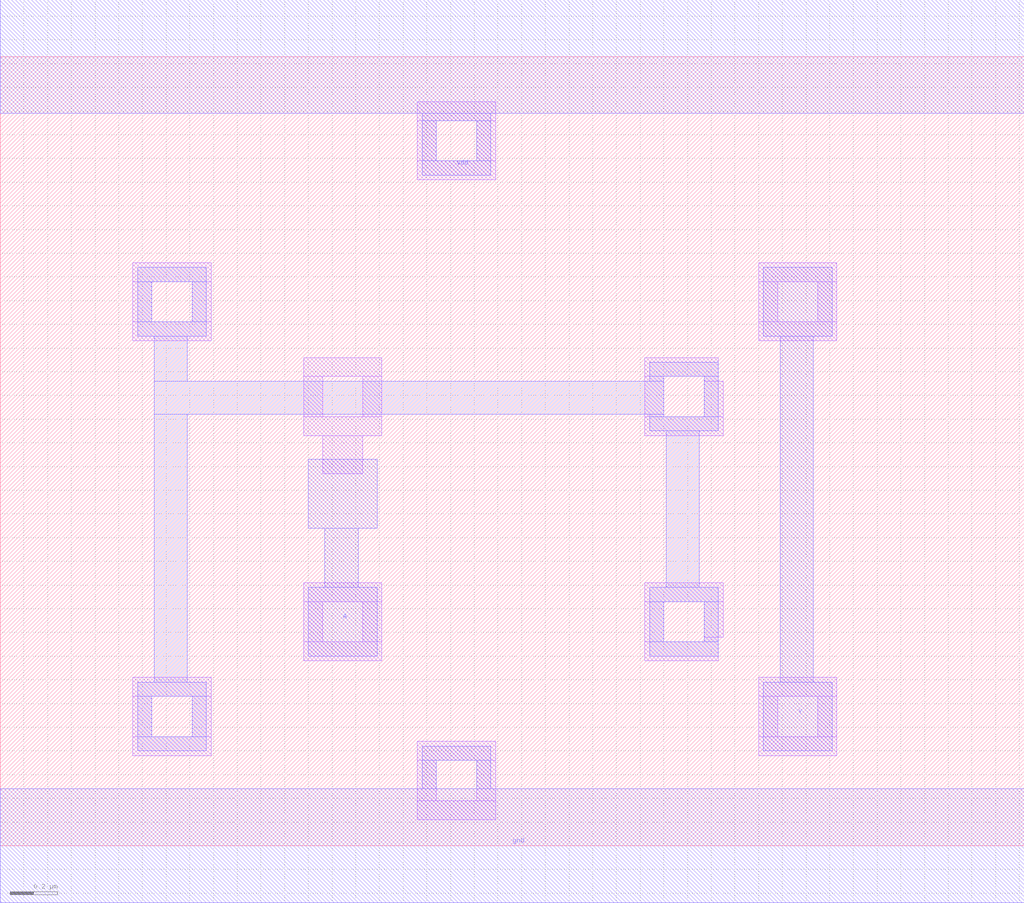
<source format=lef>
VERSION 5.7 ;
  NOWIREEXTENSIONATPIN ON ;
  DIVIDERCHAR "/" ;
  BUSBITCHARS "[]" ;
MACRO BUFX2
  CLASS CORE ;
  FOREIGN BUFX2 ;
  ORIGIN 0.000 0.000 ;
  SIZE 4.320 BY 3.330 ;
  SYMMETRY X Y R90 ;
  SITE unit ;
  PIN vdd
    DIRECTION INOUT ;
    USE POWER ;
    SHAPE ABUTMENT ;
    PORT
      LAYER met1 ;
        RECT 0.000 3.090 4.320 3.570 ;
        RECT 1.780 3.060 2.070 3.090 ;
        RECT 1.780 2.890 1.840 3.060 ;
        RECT 2.010 2.890 2.070 3.060 ;
        RECT 1.780 2.830 2.070 2.890 ;
    END
  END vdd
  PIN gnd
    DIRECTION INOUT ;
    USE GROUND ;
    SHAPE ABUTMENT ;
    PORT
      LAYER met1 ;
        RECT 1.780 0.360 2.070 0.420 ;
        RECT 1.780 0.240 1.840 0.360 ;
        RECT 2.010 0.240 2.070 0.360 ;
        RECT 0.000 -0.240 4.320 0.240 ;
    END
  END gnd
  PIN Y
    DIRECTION INOUT ;
    USE SIGNAL ;
    SHAPE ABUTMENT ;
    PORT
      LAYER met1 ;
        RECT 3.220 2.150 3.510 2.440 ;
        RECT 3.290 0.690 3.430 2.150 ;
        RECT 3.220 0.400 3.510 0.690 ;
    END
  END Y
  PIN A
    DIRECTION INOUT ;
    USE SIGNAL ;
    SHAPE ABUTMENT ;
    PORT
      LAYER met1 ;
        RECT 1.300 1.340 1.590 1.630 ;
        RECT 1.370 1.090 1.510 1.340 ;
        RECT 1.300 0.800 1.590 1.090 ;
    END
  END A
  OBS
      LAYER li1 ;
        RECT 1.760 3.060 2.090 3.140 ;
        RECT 1.760 2.890 1.840 3.060 ;
        RECT 2.010 2.890 2.090 3.060 ;
        RECT 1.760 2.810 2.090 2.890 ;
        RECT 0.560 2.380 0.890 2.460 ;
        RECT 0.560 2.210 0.640 2.380 ;
        RECT 0.810 2.210 0.890 2.380 ;
        RECT 0.560 2.130 0.890 2.210 ;
        RECT 3.200 2.380 3.530 2.460 ;
        RECT 3.200 2.210 3.280 2.380 ;
        RECT 3.450 2.210 3.530 2.380 ;
        RECT 3.200 2.130 3.530 2.210 ;
        RECT 1.280 1.980 1.610 2.060 ;
        RECT 1.280 1.810 1.360 1.980 ;
        RECT 1.530 1.810 1.610 1.980 ;
        RECT 1.280 1.730 1.610 1.810 ;
        RECT 2.720 1.980 3.030 2.060 ;
        RECT 2.720 1.810 2.800 1.980 ;
        RECT 2.970 1.960 3.030 1.980 ;
        RECT 2.970 1.810 3.050 1.960 ;
        RECT 2.720 1.730 3.050 1.810 ;
        RECT 1.360 1.570 1.530 1.730 ;
        RECT 1.280 1.030 1.610 1.110 ;
        RECT 1.280 0.860 1.360 1.030 ;
        RECT 1.530 0.860 1.610 1.030 ;
        RECT 1.280 0.780 1.610 0.860 ;
        RECT 2.720 1.030 3.050 1.110 ;
        RECT 2.720 0.860 2.800 1.030 ;
        RECT 2.970 0.880 3.050 1.030 ;
        RECT 2.970 0.860 3.030 0.880 ;
        RECT 2.720 0.780 3.030 0.860 ;
        RECT 0.560 0.630 0.890 0.710 ;
        RECT 0.560 0.460 0.640 0.630 ;
        RECT 0.810 0.460 0.890 0.630 ;
        RECT 0.560 0.380 0.890 0.460 ;
        RECT 3.200 0.630 3.530 0.710 ;
        RECT 3.200 0.460 3.280 0.630 ;
        RECT 3.450 0.460 3.530 0.630 ;
        RECT 1.760 0.360 2.090 0.440 ;
        RECT 3.200 0.380 3.530 0.460 ;
        RECT 1.760 0.190 1.840 0.360 ;
        RECT 2.010 0.190 2.090 0.360 ;
        RECT 1.760 0.110 2.090 0.190 ;
      LAYER met1 ;
        RECT 0.580 2.380 0.870 2.440 ;
        RECT 0.580 2.210 0.640 2.380 ;
        RECT 0.810 2.210 0.870 2.380 ;
        RECT 0.580 2.150 0.870 2.210 ;
        RECT 0.650 1.960 0.790 2.150 ;
        RECT 2.740 1.980 3.030 2.040 ;
        RECT 2.740 1.960 2.800 1.980 ;
        RECT 0.650 1.820 2.800 1.960 ;
        RECT 0.650 0.690 0.790 1.820 ;
        RECT 2.740 1.810 2.800 1.820 ;
        RECT 2.970 1.810 3.030 1.980 ;
        RECT 2.740 1.750 3.030 1.810 ;
        RECT 2.810 1.090 2.950 1.750 ;
        RECT 2.740 1.030 3.030 1.090 ;
        RECT 2.740 0.860 2.800 1.030 ;
        RECT 2.970 0.860 3.030 1.030 ;
        RECT 2.740 0.800 3.030 0.860 ;
        RECT 0.580 0.630 0.870 0.690 ;
        RECT 0.580 0.460 0.640 0.630 ;
        RECT 0.810 0.460 0.870 0.630 ;
        RECT 0.580 0.400 0.870 0.460 ;
  END
END BUFX2
END LIBRARY


</source>
